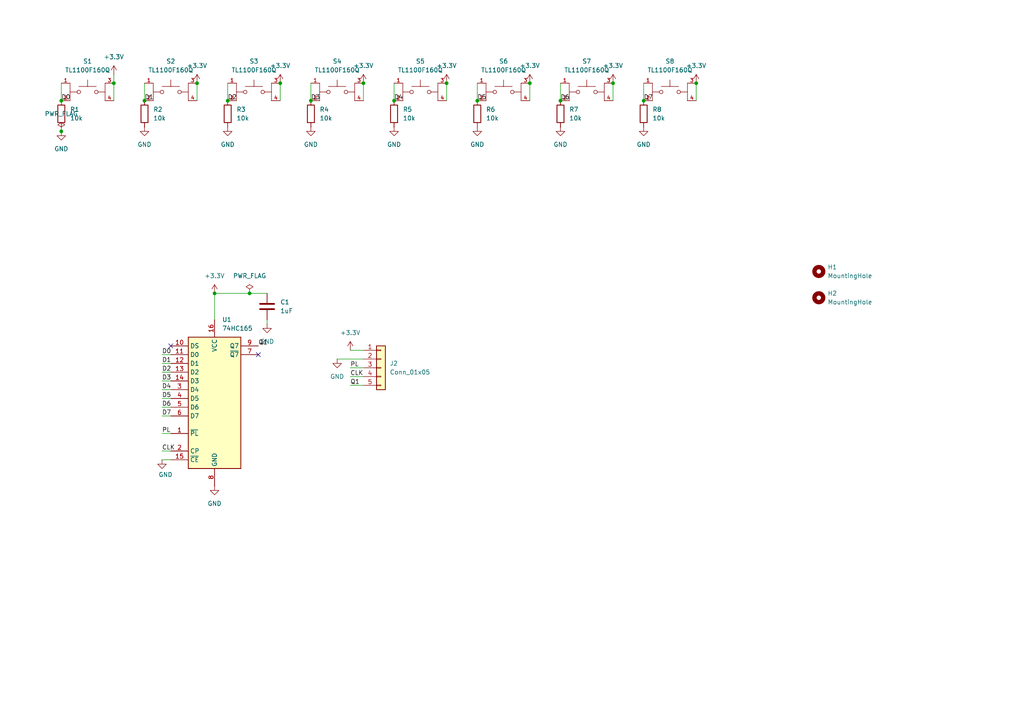
<source format=kicad_sch>
(kicad_sch (version 20231120) (generator "eeschema") (generator_version "8.0")
  (paper "A4")
  (lib_symbols
    (symbol "74xx:74HC165"
      (property "Reference" "U" (at -7.62 19.05 0))
      (property "Value" "74HC165" (at -7.62 -21.59 0))
      (symbol "74HC165_1_0"
        (pin input line (at -12.7 -10.16 0) (length 5.08) (name "~{PL}") (number "1"))
        (pin input line (at -12.7 15.24 0) (length 5.08) (name "DS") (number "10"))
        (pin input line (at -12.7 12.7 0) (length 5.08) (name "D0") (number "11"))
        (pin input line (at -12.7 10.16 0) (length 5.08) (name "D1") (number "12"))
        (pin input line (at -12.7 7.62 0) (length 5.08) (name "D2") (number "13"))
        (pin input line (at -12.7 5.08 0) (length 5.08) (name "D3") (number "14"))
        (pin input line (at -12.7 -17.78 0) (length 5.08) (name "~{CE}") (number "15"))
        (pin power_in line (at 0 22.86 270) (length 5.08) (name "VCC") (number "16"))
        (pin input line (at -12.7 -15.24 0) (length 5.08) (name "CP") (number "2"))
        (pin input line (at -12.7 2.54 0) (length 5.08) (name "D4") (number "3"))
        (pin input line (at -12.7 0 0) (length 5.08) (name "D5") (number "4"))
        (pin input line (at -12.7 -2.54 0) (length 5.08) (name "D6") (number "5"))
        (pin input line (at -12.7 -5.08 0) (length 5.08) (name "D7") (number "6"))
        (pin output line (at 12.7 12.7 180) (length 5.08) (name "~{Q7}") (number "7"))
        (pin power_in line (at 0 -25.4 90) (length 5.08) (name "GND") (number "8"))
        (pin output line (at 12.7 15.24 180) (length 5.08) (name "Q7") (number "9"))
      )
      (symbol "74HC165_1_1"
        (rectangle (start -7.62 17.78) (end 7.62 -20.32) (stroke (width 0.254)) (fill (type background)))
      )
    )
    (symbol "Connector_Generic:Conn_01x05" (pin_names (offset 1.016) hide)
      (property "Reference" "J" (at 0 7.62 0))
      (property "Value" "Conn_01x05" (at 0 -7.62 0))
      (symbol "Conn_01x05_1_1"
        (rectangle (start -1.27 -4.953) (end 0 -5.207) (stroke (width 0.1524)))
        (rectangle (start -1.27 -2.413) (end 0 -2.667) (stroke (width 0.1524)))
        (rectangle (start -1.27 0.127) (end 0 -0.127) (stroke (width 0.1524)))
        (rectangle (start -1.27 2.667) (end 0 2.413) (stroke (width 0.1524)))
        (rectangle (start -1.27 5.207) (end 0 4.953) (stroke (width 0.1524)))
        (rectangle (start -1.27 6.35) (end 1.27 -6.35) (stroke (width 0.254)) (fill (type background)))
        (pin passive line (at -5.08 5.08 0) (length 3.81) (name "Pin_1") (number "1"))
        (pin passive line (at -5.08 2.54 0) (length 3.81) (name "Pin_2") (number "2"))
        (pin passive line (at -5.08 0 0) (length 3.81) (name "Pin_3") (number "3"))
        (pin passive line (at -5.08 -2.54 0) (length 3.81) (name "Pin_4") (number "4"))
        (pin passive line (at -5.08 -5.08 0) (length 3.81) (name "Pin_5") (number "5"))
      )
    )
    (symbol "Device:C" (pin_numbers hide) (pin_names (offset 0.254))
      (property "Reference" "C" (at 0.635 2.54 0))
      (property "Value" "C" (at 0.635 -2.54 0))
      (symbol "C_0_1"
        (polyline (pts (xy -2.032 -0.762) (xy 2.032 -0.762)) (stroke (width 0.508)))
        (polyline (pts (xy -2.032 0.762) (xy 2.032 0.762)) (stroke (width 0.508)))
      )
      (symbol "C_1_1"
        (pin passive line (at 0 3.81 270) (length 2.794) (name "~") (number "1"))
        (pin passive line (at 0 -3.81 90) (length 2.794) (name "~") (number "2"))
      )
    )
    (symbol "Device:R" (pin_numbers hide) (pin_names (offset 0))
      (property "Reference" "R" (at 2.032 0 90))
      (property "Value" "R" (at 0 0 90))
      (symbol "R_0_1"
        (rectangle (start -1.016 -2.54) (end 1.016 2.54) (stroke (width 0.254)))
      )
      (symbol "R_1_1"
        (pin passive line (at 0 3.81 270) (length 1.27) (name "~") (number "1"))
        (pin passive line (at 0 -3.81 90) (length 1.27) (name "~") (number "2"))
      )
    )
    (symbol "Mechanical:MountingHole" (pin_names (offset 1.016)) (exclude_from_sim yes) (in_bom no)
      (property "Reference" "H" (at 0 5.08 0))
      (property "Value" "MountingHole" (at 0 3.175 0))
      (symbol "MountingHole_0_1"
        (circle (center 0 0) (radius 1.27) (stroke (width 1.27)))
      )
    )
    (symbol "TL1100F160Q:TL1100F160Q" (pin_names (offset 1.016))
      (property "Reference" "S" (at -5.08 5.08 0))
      (property "Value" "TL1100F160Q" (at -5.08 -5.08 0))
      (symbol "TL1100F160Q_0_0"
        (circle (center -2.54 0) (radius 0.508) (stroke (width 0.1524)))
        (polyline (pts (xy -5.08 0) (xy -3.048 0)) (stroke (width 0.1524)))
        (polyline (pts (xy -5.08 2.54) (xy -5.08 -2.54)) (stroke (width 0.1524)))
        (polyline (pts (xy -2.54 1.5875) (xy 0 1.5875)) (stroke (width 0.1524)))
        (polyline (pts (xy 0 1.5875) (xy 0 3.4925)) (stroke (width 0.1524)))
        (polyline (pts (xy 0 1.5875) (xy 2.54 1.5875)) (stroke (width 0.1524)))
        (polyline (pts (xy 5.08 0) (xy 3.048 0)) (stroke (width 0.1524)))
        (polyline (pts (xy 5.08 2.54) (xy 5.08 -2.54)) (stroke (width 0.1524)))
        (circle (center 2.54 0) (radius 0.508) (stroke (width 0.1524)))
        (pin passive line (at -7.62 2.54 0) (length 2.54) (name "~") (number "1"))
        (pin passive line (at -7.62 -2.54 0) (length 2.54) (name "~") (number "2"))
        (pin passive line (at 7.62 2.54 180) (length 2.54) (name "~") (number "3"))
        (pin passive line (at 7.62 -2.54 180) (length 2.54) (name "~") (number "4"))
      )
    )
    (symbol "power:+3.3V" (power) (pin_numbers hide) (pin_names (offset 0) hide)
      (property "Value" "+3.3V" (at 0 3.556 0))
      (symbol "+3.3V_0_1"
        (polyline (pts (xy -0.762 1.27) (xy 0 2.54)))
        (polyline (pts (xy 0 0) (xy 0 2.54)))
        (polyline (pts (xy 0 2.54) (xy 0.762 1.27)))
      )
      (symbol "+3.3V_1_1"
        (pin power_in line (at 0 0 90) (length 0) (name "~") (number "1"))
      )
    )
    (symbol "power:GND" (power) (pin_numbers hide) (pin_names (offset 0) hide)
      (property "Value" "GND" (at 0 -3.81 0))
      (symbol "GND_0_1"
        (polyline (pts (xy 0 0) (xy 0 -1.27) (xy 1.27 -1.27) (xy 0 -2.54) (xy -1.27 -1.27) (xy 0 -1.27)))
      )
      (symbol "GND_1_1"
        (pin power_in line (at 0 0 270) (length 0) (name "~") (number "1"))
      )
    )
    (symbol "power:PWR_FLAG" (power) (pin_numbers hide) (pin_names (offset 0) hide)
      (property "Value" "PWR_FLAG" (at 0 3.81 0))
      (symbol "PWR_FLAG_0_0"
        (pin power_out line (at 0 0 90) (length 0) (name "~") (number "1"))
      )
      (symbol "PWR_FLAG_0_1"
        (polyline (pts (xy 0 0) (xy 0 1.27) (xy -1.016 1.905) (xy 0 2.54) (xy 1.016 1.905) (xy 0 1.27)))
      )
    )
  )
  (junction (at 114.3 29.21))
  (junction (at 57.15 24.13))
  (junction (at 138.43 29.21))
  (junction (at 17.78 38.1))
  (junction (at 33.02 24.13))
  (junction (at 81.28 24.13))
  (junction (at 129.54 24.13))
  (junction (at 201.93 24.13))
  (junction (at 105.41 24.13))
  (junction (at 17.78 29.21))
  (junction (at 177.8 24.13))
  (junction (at 66.04 29.21))
  (junction (at 72.39 85.09))
  (junction (at 62.23 85.09))
  (junction (at 162.56 29.21))
  (junction (at 41.91 29.21))
  (junction (at 153.67 24.13))
  (junction (at 186.69 29.21))
  (junction (at 90.17 29.21))
  (no_connect (at 74.93 102.87))
  (no_connect (at 49.53 100.33))
  (wire (pts (xy 49.53 130.81) (xy 46.99 130.81)))
  (wire (pts (xy 57.15 24.13) (xy 57.15 29.21)))
  (wire (pts (xy 105.41 109.22) (xy 101.6 109.22)))
  (wire (pts (xy 49.53 102.87) (xy 46.99 102.87)))
  (wire (pts (xy 105.41 24.13) (xy 105.41 29.21)))
  (wire (pts (xy 33.02 24.13) (xy 33.02 29.21)))
  (wire (pts (xy 49.53 110.49) (xy 46.99 110.49)))
  (wire (pts (xy 177.8 24.13) (xy 177.8 29.21)))
  (wire (pts (xy 162.56 24.13) (xy 162.56 29.21)))
  (wire (pts (xy 49.53 115.57) (xy 46.99 115.57)))
  (wire (pts (xy 66.04 24.13) (xy 66.04 29.21)))
  (wire (pts (xy 81.28 24.13) (xy 81.28 29.21)))
  (wire (pts (xy 49.53 113.03) (xy 46.99 113.03)))
  (wire (pts (xy 101.6 111.76) (xy 105.41 111.76)))
  (wire (pts (xy 77.47 92.71) (xy 77.47 93.98)))
  (wire (pts (xy 62.23 85.09) (xy 72.39 85.09)))
  (wire (pts (xy 72.39 85.09) (xy 77.47 85.09)))
  (wire (pts (xy 17.78 24.13) (xy 17.78 29.21)))
  (wire (pts (xy 49.53 133.35) (xy 46.99 133.35)))
  (wire (pts (xy 105.41 101.6) (xy 101.6 101.6)))
  (wire (pts (xy 49.53 125.73) (xy 46.99 125.73)))
  (wire (pts (xy 114.3 24.13) (xy 114.3 29.21)))
  (wire (pts (xy 97.79 104.14) (xy 105.41 104.14)))
  (wire (pts (xy 138.43 24.13) (xy 138.43 29.21)))
  (wire (pts (xy 49.53 120.65) (xy 46.99 120.65)))
  (wire (pts (xy 153.67 24.13) (xy 153.67 29.21)))
  (wire (pts (xy 33.02 21.59) (xy 33.02 24.13)))
  (wire (pts (xy 17.78 38.1) (xy 17.78 36.83)))
  (wire (pts (xy 186.69 24.13) (xy 186.69 29.21)))
  (wire (pts (xy 201.93 24.13) (xy 201.93 29.21)))
  (wire (pts (xy 129.54 24.13) (xy 129.54 29.21)))
  (wire (pts (xy 49.53 107.95) (xy 46.99 107.95)))
  (wire (pts (xy 90.17 24.13) (xy 90.17 29.21)))
  (wire (pts (xy 49.53 118.11) (xy 46.99 118.11)))
  (wire (pts (xy 105.41 106.68) (xy 101.6 106.68)))
  (wire (pts (xy 49.53 105.41) (xy 46.99 105.41)))
  (wire (pts (xy 62.23 85.09) (xy 62.23 92.71)))
  (wire (pts (xy 41.91 24.13) (xy 41.91 29.21)))
  (label "CLK" (at 101.6 109.22 0))
  (label "D4" (at 46.99 113.03 0))
  (label "CLK" (at 46.99 130.81 0))
  (label "D4" (at 114.3 29.21 0))
  (label "D0" (at 17.78 29.21 0))
  (label "PL" (at 46.99 125.73 0))
  (label "D6" (at 162.56 29.21 0))
  (label "D3" (at 90.17 29.21 0))
  (label "Q1" (at 74.93 100.33 0))
  (label "Q1" (at 101.6 111.76 0))
  (label "D5" (at 46.99 115.57 0))
  (label "D7" (at 186.69 29.21 0))
  (label "D1" (at 46.99 105.41 0))
  (label "D7" (at 46.99 120.65 0))
  (label "D3" (at 46.99 110.49 0))
  (label "PL" (at 101.6 106.68 0))
  (label "D0" (at 46.99 102.87 0))
  (label "D2" (at 46.99 107.95 0))
  (label "D1" (at 41.91 29.21 0))
  (label "D6" (at 46.99 118.11 0))
  (label "D5" (at 138.43 29.21 0))
  (label "D2" (at 66.04 29.21 0))
  (symbol (lib_id "power:PWR_FLAG") (at 72.39 85.09 0) (unit 1)
    (property "Reference" "#FLG01" (effects (hide yes)))
    (property "Value" "PWR_FLAG" (at 72.39 80.01 0))
    (property "Description" "Special symbol for telling ERC where power comes from" (effects (hide yes)))
  )
  (symbol (lib_id "power:GND") (at 77.47 93.98 0) (unit 1)
    (property "Reference" "#PWR052" (effects (hide yes)))
    (property "Value" "GND" (at 77.47 99.06 0))
    (property "Description" "Power symbol creates a global label with name \"GND\" , ground" (effects (hide yes)))
  )
  (symbol (lib_id "power:+3.3V") (at 101.6 101.6 0) (unit 1)
    (property "Reference" "#PWR079" (effects (hide yes)))
    (property "Value" "+3.3V" (at 101.6 96.52 0))
    (property "Description" "Power symbol creates a global label with name \"+3.3V\"" (effects (hide yes)))
  )
  (symbol (lib_id "power:PWR_FLAG") (at 17.78 38.1 0) (unit 1)
    (property "Reference" "#FLG02" (effects (hide yes)))
    (property "Value" "PWR_FLAG" (at 17.78 33.02 0))
    (property "Description" "Special symbol for telling ERC where power comes from" (effects (hide yes)))
  )
  (symbol (lib_id "Connector_Generic:Conn_01x05") (at 110.49 106.68 0) (unit 1)
    (property "Reference" "J2" (at 113.03 105.4099 0) (effects (justify left)))
    (property "Value" "Conn_01x05" (at 113.03 107.9499 0) (effects (justify left)))
    (property "Footprint" "Connector_Molex:Molex_KK-254_AE-6410-05A_1x05_P2.54mm_Vertical" (effects (hide yes)))
    (property "Description" "Generic connector, single row, 01x05, script generated (kicad-library-utils/schlib/autogen/connector/)" (effects (hide yes)))
  )
  (symbol (lib_id "TL1100F160Q:TL1100F160Q") (at 25.4 26.67 0) (unit 1)
    (property "Reference" "S1" (at 25.4 17.78 0))
    (property "Value" "TL1100F160Q" (at 25.4 20.32 0))
    (property "Footprint" "footprints:SW_TL1100F160Q" (effects (hide yes)))
    (property "MF" "E-Switch" (effects (hide yes)))
    (property "MAXIMUM_PACKAGE_HEIGHT" "7.3mm" (effects (hide yes)))
    (property "Package" "None" (effects (hide yes)))
    (property "Price" "None" (effects (hide yes)))
    (property "Check_prices" "https://www.snapeda.com/parts/TL1100F160Q/E-Switch/view-part/?ref=eda" (effects (hide yes)))
    (property "STANDARD" "Manufacturer Recommendations" (effects (hide yes)))
    (property "PARTREV" "D" (effects (hide yes)))
    (property "SnapEDA_Link" "https://www.snapeda.com/parts/TL1100F160Q/E-Switch/view-part/?ref=snap" (effects (hide yes)))
    (property "MP" "TL1100F160Q" (effects (hide yes)))
    (property "Description_1" "\n                        \n                            Tactile Switch, TL1100 Series, SPST-NO, 12mm Top Actuated, 0.05A, 12VDC, PC | E-Switch TL1100F160Q\n                        \n" (effects (hide yes)))
    (property "MANUFACTURER" "E-Switch" (effects (hide yes)))
    (property "Availability" "In Stock" (effects (hide yes)))
    (property "SNAPEDA_PN" "TL1100F160Q" (effects (hide yes)))
  )
  (symbol (lib_id "power:GND") (at 97.79 104.14 0) (unit 1)
    (property "Reference" "#PWR080" (effects (hide yes)))
    (property "Value" "GND" (at 97.79 109.22 0))
    (property "Description" "Power symbol creates a global label with name \"GND\" , ground" (effects (hide yes)))
  )
  (symbol (lib_id "Device:R") (at 114.3 33.02 0) (unit 1)
    (property "Reference" "R5" (at 116.84 31.7499 0) (effects (justify left)))
    (property "Value" "10k" (at 116.84 34.2899 0) (effects (justify left)))
    (property "Footprint" "Resistor_SMD:R_0805_2012Metric_Pad1.20x1.40mm_HandSolder" (effects (hide yes)))
    (property "Description" "Resistor" (effects (hide yes)))
  )
  (symbol (lib_id "power:+3.3V") (at 62.23 85.09 0) (unit 1)
    (property "Reference" "#PWR018" (effects (hide yes)))
    (property "Value" "+3.3V" (at 62.23 80.01 0))
    (property "Description" "Power symbol creates a global label with name \"+3.3V\"" (effects (hide yes)))
  )
  (symbol (lib_id "power:+3.3V") (at 153.67 24.13 0) (unit 1)
    (property "Reference" "#PWR012" (effects (hide yes)))
    (property "Value" "+3.3V" (at 153.67 19.05 0))
    (property "Description" "Power symbol creates a global label with name \"+3.3V\"" (effects (hide yes)))
  )
  (symbol (lib_id "power:+3.3V") (at 81.28 24.13 0) (unit 1)
    (property "Reference" "#PWR06" (effects (hide yes)))
    (property "Value" "+3.3V" (at 81.28 19.05 0))
    (property "Description" "Power symbol creates a global label with name \"+3.3V\"" (effects (hide yes)))
  )
  (symbol (lib_id "power:GND") (at 41.91 36.83 0) (unit 1)
    (property "Reference" "#PWR03" (effects (hide yes)))
    (property "Value" "GND" (at 41.91 41.91 0))
    (property "Description" "Power symbol creates a global label with name \"GND\" , ground" (effects (hide yes)))
  )
  (symbol (lib_id "Device:R") (at 90.17 33.02 0) (unit 1)
    (property "Reference" "R4" (at 92.71 31.7499 0) (effects (justify left)))
    (property "Value" "10k" (at 92.71 34.2899 0) (effects (justify left)))
    (property "Footprint" "Resistor_SMD:R_0805_2012Metric_Pad1.20x1.40mm_HandSolder" (effects (hide yes)))
    (property "Description" "Resistor" (effects (hide yes)))
  )
  (symbol (lib_id "power:+3.3V") (at 105.41 24.13 0) (unit 1)
    (property "Reference" "#PWR08" (effects (hide yes)))
    (property "Value" "+3.3V" (at 105.41 19.05 0))
    (property "Description" "Power symbol creates a global label with name \"+3.3V\"" (effects (hide yes)))
  )
  (symbol (lib_id "TL1100F160Q:TL1100F160Q") (at 49.53 26.67 0) (unit 1)
    (property "Reference" "S2" (at 49.53 17.78 0))
    (property "Value" "TL1100F160Q" (at 49.53 20.32 0))
    (property "Footprint" "footprints:SW_TL1100F160Q" (effects (hide yes)))
    (property "MF" "E-Switch" (effects (hide yes)))
    (property "MAXIMUM_PACKAGE_HEIGHT" "7.3mm" (effects (hide yes)))
    (property "Package" "None" (effects (hide yes)))
    (property "Price" "None" (effects (hide yes)))
    (property "Check_prices" "https://www.snapeda.com/parts/TL1100F160Q/E-Switch/view-part/?ref=eda" (effects (hide yes)))
    (property "STANDARD" "Manufacturer Recommendations" (effects (hide yes)))
    (property "PARTREV" "D" (effects (hide yes)))
    (property "SnapEDA_Link" "https://www.snapeda.com/parts/TL1100F160Q/E-Switch/view-part/?ref=snap" (effects (hide yes)))
    (property "MP" "TL1100F160Q" (effects (hide yes)))
    (property "Description_1" "\n                        \n                            Tactile Switch, TL1100 Series, SPST-NO, 12mm Top Actuated, 0.05A, 12VDC, PC | E-Switch TL1100F160Q\n                        \n" (effects (hide yes)))
    (property "MANUFACTURER" "E-Switch" (effects (hide yes)))
    (property "Availability" "In Stock" (effects (hide yes)))
    (property "SNAPEDA_PN" "TL1100F160Q" (effects (hide yes)))
  )
  (symbol (lib_id "power:GND") (at 186.69 36.83 0) (unit 1)
    (property "Reference" "#PWR015" (effects (hide yes)))
    (property "Value" "GND" (at 186.69 41.91 0))
    (property "Description" "Power symbol creates a global label with name \"GND\" , ground" (effects (hide yes)))
  )
  (symbol (lib_id "power:GND") (at 90.17 36.83 0) (unit 1)
    (property "Reference" "#PWR07" (effects (hide yes)))
    (property "Value" "GND" (at 90.17 41.91 0))
    (property "Description" "Power symbol creates a global label with name \"GND\" , ground" (effects (hide yes)))
  )
  (symbol (lib_id "power:GND") (at 114.3 36.83 0) (unit 1)
    (property "Reference" "#PWR09" (effects (hide yes)))
    (property "Value" "GND" (at 114.3 41.91 0))
    (property "Description" "Power symbol creates a global label with name \"GND\" , ground" (effects (hide yes)))
  )
  (symbol (lib_id "power:GND") (at 62.23 140.97 0) (unit 1)
    (property "Reference" "#PWR051" (effects (hide yes)))
    (property "Value" "GND" (at 62.23 146.05 0))
    (property "Description" "Power symbol creates a global label with name \"GND\" , ground" (effects (hide yes)))
  )
  (symbol (lib_id "TL1100F160Q:TL1100F160Q") (at 194.31 26.67 0) (unit 1)
    (property "Reference" "S8" (at 194.31 17.78 0))
    (property "Value" "TL1100F160Q" (at 194.31 20.32 0))
    (property "Footprint" "footprints:SW_TL1100F160Q" (effects (hide yes)))
    (property "MF" "E-Switch" (effects (hide yes)))
    (property "MAXIMUM_PACKAGE_HEIGHT" "7.3mm" (effects (hide yes)))
    (property "Package" "None" (effects (hide yes)))
    (property "Price" "None" (effects (hide yes)))
    (property "Check_prices" "https://www.snapeda.com/parts/TL1100F160Q/E-Switch/view-part/?ref=eda" (effects (hide yes)))
    (property "STANDARD" "Manufacturer Recommendations" (effects (hide yes)))
    (property "PARTREV" "D" (effects (hide yes)))
    (property "SnapEDA_Link" "https://www.snapeda.com/parts/TL1100F160Q/E-Switch/view-part/?ref=snap" (effects (hide yes)))
    (property "MP" "TL1100F160Q" (effects (hide yes)))
    (property "Description_1" "\n                        \n                            Tactile Switch, TL1100 Series, SPST-NO, 12mm Top Actuated, 0.05A, 12VDC, PC | E-Switch TL1100F160Q\n                        \n" (effects (hide yes)))
    (property "MANUFACTURER" "E-Switch" (effects (hide yes)))
    (property "Availability" "In Stock" (effects (hide yes)))
    (property "SNAPEDA_PN" "TL1100F160Q" (effects (hide yes)))
  )
  (symbol (lib_id "Device:R") (at 17.78 33.02 0) (unit 1)
    (property "Reference" "R1" (at 20.32 31.7499 0) (effects (justify left)))
    (property "Value" "10k" (at 20.32 34.2899 0) (effects (justify left)))
    (property "Footprint" "Resistor_SMD:R_0805_2012Metric_Pad1.20x1.40mm_HandSolder" (effects (hide yes)))
    (property "Description" "Resistor" (effects (hide yes)))
  )
  (symbol (lib_id "power:+3.3V") (at 57.15 24.13 0) (unit 1)
    (property "Reference" "#PWR04" (effects (hide yes)))
    (property "Value" "+3.3V" (at 57.15 19.05 0))
    (property "Description" "Power symbol creates a global label with name \"+3.3V\"" (effects (hide yes)))
  )
  (symbol (lib_id "74xx:74HC165") (at 62.23 115.57 0) (unit 1)
    (property "Reference" "U1" (at 64.4241 92.71 0) (effects (justify left)))
    (property "Value" "74HC165" (at 64.4241 95.25 0) (effects (justify left)))
    (property "Footprint" "Package_DIP:DIP-16_W7.62mm_SMDSocket_SmallPads" (effects (hide yes)))
    (property "Datasheet" "https://assets.nexperia.com/documents/data-sheet/74HC_HCT165.pdf" (effects (hide yes)))
    (property "Description" "Shift Register, 8-bit, Parallel Load" (effects (hide yes)))
  )
  (symbol (lib_id "power:GND") (at 66.04 36.83 0) (unit 1)
    (property "Reference" "#PWR05" (effects (hide yes)))
    (property "Value" "GND" (at 66.04 41.91 0))
    (property "Description" "Power symbol creates a global label with name \"GND\" , ground" (effects (hide yes)))
  )
  (symbol (lib_id "Device:R") (at 162.56 33.02 0) (unit 1)
    (property "Reference" "R7" (at 165.1 31.7499 0) (effects (justify left)))
    (property "Value" "10k" (at 165.1 34.2899 0) (effects (justify left)))
    (property "Footprint" "Resistor_SMD:R_0805_2012Metric_Pad1.20x1.40mm_HandSolder" (effects (hide yes)))
    (property "Description" "Resistor" (effects (hide yes)))
  )
  (symbol (lib_id "TL1100F160Q:TL1100F160Q") (at 146.05 26.67 0) (unit 1)
    (property "Reference" "S6" (at 146.05 17.78 0))
    (property "Value" "TL1100F160Q" (at 146.05 20.32 0))
    (property "Footprint" "footprints:SW_TL1100F160Q" (effects (hide yes)))
    (property "MF" "E-Switch" (effects (hide yes)))
    (property "MAXIMUM_PACKAGE_HEIGHT" "7.3mm" (effects (hide yes)))
    (property "Package" "None" (effects (hide yes)))
    (property "Price" "None" (effects (hide yes)))
    (property "Check_prices" "https://www.snapeda.com/parts/TL1100F160Q/E-Switch/view-part/?ref=eda" (effects (hide yes)))
    (property "STANDARD" "Manufacturer Recommendations" (effects (hide yes)))
    (property "PARTREV" "D" (effects (hide yes)))
    (property "SnapEDA_Link" "https://www.snapeda.com/parts/TL1100F160Q/E-Switch/view-part/?ref=snap" (effects (hide yes)))
    (property "MP" "TL1100F160Q" (effects (hide yes)))
    (property "Description_1" "\n                        \n                            Tactile Switch, TL1100 Series, SPST-NO, 12mm Top Actuated, 0.05A, 12VDC, PC | E-Switch TL1100F160Q\n                        \n" (effects (hide yes)))
    (property "MANUFACTURER" "E-Switch" (effects (hide yes)))
    (property "Availability" "In Stock" (effects (hide yes)))
    (property "SNAPEDA_PN" "TL1100F160Q" (effects (hide yes)))
  )
  (symbol (lib_id "power:+3.3V") (at 177.8 24.13 0) (unit 1)
    (property "Reference" "#PWR014" (effects (hide yes)))
    (property "Value" "+3.3V" (at 177.8 19.05 0))
    (property "Description" "Power symbol creates a global label with name \"+3.3V\"" (effects (hide yes)))
  )
  (symbol (lib_id "Device:R") (at 41.91 33.02 0) (unit 1)
    (property "Reference" "R2" (at 44.45 31.7499 0) (effects (justify left)))
    (property "Value" "10k" (at 44.45 34.2899 0) (effects (justify left)))
    (property "Footprint" "Resistor_SMD:R_0805_2012Metric_Pad1.20x1.40mm_HandSolder" (effects (hide yes)))
    (property "Description" "Resistor" (effects (hide yes)))
  )
  (symbol (lib_id "Mechanical:MountingHole") (at 237.49 78.74 0) (unit 1) (exclude_from_sim yes) (in_bom no)
    (property "Reference" "H1" (at 240.03 77.4699 0) (effects (justify left)))
    (property "Value" "MountingHole" (at 240.03 80.0099 0) (effects (justify left)))
    (property "Footprint" "MountingHole:MountingHole_3.2mm_M3" (effects (hide yes)))
    (property "Description" "Mounting Hole without connection" (effects (hide yes)))
  )
  (symbol (lib_id "TL1100F160Q:TL1100F160Q") (at 170.18 26.67 0) (unit 1)
    (property "Reference" "S7" (at 170.18 17.78 0))
    (property "Value" "TL1100F160Q" (at 170.18 20.32 0))
    (property "Footprint" "footprints:SW_TL1100F160Q" (effects (hide yes)))
    (property "MF" "E-Switch" (effects (hide yes)))
    (property "MAXIMUM_PACKAGE_HEIGHT" "7.3mm" (effects (hide yes)))
    (property "Package" "None" (effects (hide yes)))
    (property "Price" "None" (effects (hide yes)))
    (property "Check_prices" "https://www.snapeda.com/parts/TL1100F160Q/E-Switch/view-part/?ref=eda" (effects (hide yes)))
    (property "STANDARD" "Manufacturer Recommendations" (effects (hide yes)))
    (property "PARTREV" "D" (effects (hide yes)))
    (property "SnapEDA_Link" "https://www.snapeda.com/parts/TL1100F160Q/E-Switch/view-part/?ref=snap" (effects (hide yes)))
    (property "MP" "TL1100F160Q" (effects (hide yes)))
    (property "Description_1" "\n                        \n                            Tactile Switch, TL1100 Series, SPST-NO, 12mm Top Actuated, 0.05A, 12VDC, PC | E-Switch TL1100F160Q\n                        \n" (effects (hide yes)))
    (property "MANUFACTURER" "E-Switch" (effects (hide yes)))
    (property "Availability" "In Stock" (effects (hide yes)))
    (property "SNAPEDA_PN" "TL1100F160Q" (effects (hide yes)))
  )
  (symbol (lib_id "Device:R") (at 186.69 33.02 0) (unit 1)
    (property "Reference" "R8" (at 189.23 31.7499 0) (effects (justify left)))
    (property "Value" "10k" (at 189.23 34.2899 0) (effects (justify left)))
    (property "Footprint" "Resistor_SMD:R_0805_2012Metric_Pad1.20x1.40mm_HandSolder" (effects (hide yes)))
    (property "Description" "Resistor" (effects (hide yes)))
  )
  (symbol (lib_id "Device:R") (at 138.43 33.02 0) (unit 1)
    (property "Reference" "R6" (at 140.97 31.7499 0) (effects (justify left)))
    (property "Value" "10k" (at 140.97 34.2899 0) (effects (justify left)))
    (property "Footprint" "Resistor_SMD:R_0805_2012Metric_Pad1.20x1.40mm_HandSolder" (effects (hide yes)))
    (property "Description" "Resistor" (effects (hide yes)))
  )
  (symbol (lib_id "Device:C") (at 77.47 88.9 0) (unit 1)
    (property "Reference" "C1" (at 81.28 87.6299 0) (effects (justify left)))
    (property "Value" "1uF" (at 81.28 90.1699 0) (effects (justify left)))
    (property "Footprint" "Capacitor_SMD:C_0805_2012Metric_Pad1.18x1.45mm_HandSolder" (effects (hide yes)))
    (property "Description" "Unpolarized capacitor" (effects (hide yes)))
  )
  (symbol (lib_id "power:GND") (at 17.78 38.1 0) (unit 1)
    (property "Reference" "#PWR02" (effects (hide yes)))
    (property "Value" "GND" (at 17.78 43.18 0))
    (property "Description" "Power symbol creates a global label with name \"GND\" , ground" (effects (hide yes)))
  )
  (symbol (lib_id "Mechanical:MountingHole") (at 237.49 86.36 0) (unit 1) (exclude_from_sim yes) (in_bom no)
    (property "Reference" "H2" (at 240.03 85.0899 0) (effects (justify left)))
    (property "Value" "MountingHole" (at 240.03 87.6299 0) (effects (justify left)))
    (property "Footprint" "MountingHole:MountingHole_3.2mm_M3" (effects (hide yes)))
    (property "Description" "Mounting Hole without connection" (effects (hide yes)))
  )
  (symbol (lib_id "TL1100F160Q:TL1100F160Q") (at 73.66 26.67 0) (unit 1)
    (property "Reference" "S3" (at 73.66 17.78 0))
    (property "Value" "TL1100F160Q" (at 73.66 20.32 0))
    (property "Footprint" "footprints:SW_TL1100F160Q" (effects (hide yes)))
    (property "MF" "E-Switch" (effects (hide yes)))
    (property "MAXIMUM_PACKAGE_HEIGHT" "7.3mm" (effects (hide yes)))
    (property "Package" "None" (effects (hide yes)))
    (property "Price" "None" (effects (hide yes)))
    (property "Check_prices" "https://www.snapeda.com/parts/TL1100F160Q/E-Switch/view-part/?ref=eda" (effects (hide yes)))
    (property "STANDARD" "Manufacturer Recommendations" (effects (hide yes)))
    (property "PARTREV" "D" (effects (hide yes)))
    (property "SnapEDA_Link" "https://www.snapeda.com/parts/TL1100F160Q/E-Switch/view-part/?ref=snap" (effects (hide yes)))
    (property "MP" "TL1100F160Q" (effects (hide yes)))
    (property "Description_1" "\n                        \n                            Tactile Switch, TL1100 Series, SPST-NO, 12mm Top Actuated, 0.05A, 12VDC, PC | E-Switch TL1100F160Q\n                        \n" (effects (hide yes)))
    (property "MANUFACTURER" "E-Switch" (effects (hide yes)))
    (property "Availability" "In Stock" (effects (hide yes)))
    (property "SNAPEDA_PN" "TL1100F160Q" (effects (hide yes)))
  )
  (symbol (lib_id "Device:R") (at 66.04 33.02 0) (unit 1)
    (property "Reference" "R3" (at 68.58 31.7499 0) (effects (justify left)))
    (property "Value" "10k" (at 68.58 34.2899 0) (effects (justify left)))
    (property "Footprint" "Resistor_SMD:R_0805_2012Metric_Pad1.20x1.40mm_HandSolder" (effects (hide yes)))
    (property "Description" "Resistor" (effects (hide yes)))
  )
  (symbol (lib_id "power:+3.3V") (at 33.02 21.59 0) (unit 1)
    (property "Reference" "#PWR01" (effects (hide yes)))
    (property "Value" "+3.3V" (at 33.02 16.51 0))
    (property "Description" "Power symbol creates a global label with name \"+3.3V\"" (effects (hide yes)))
  )
  (symbol (lib_id "power:+3.3V") (at 129.54 24.13 0) (unit 1)
    (property "Reference" "#PWR010" (effects (hide yes)))
    (property "Value" "+3.3V" (at 129.54 19.05 0))
    (property "Description" "Power symbol creates a global label with name \"+3.3V\"" (effects (hide yes)))
  )
  (symbol (lib_id "power:GND") (at 46.99 133.35 0) (unit 1)
    (property "Reference" "#PWR017" (effects (hide yes)))
    (property "Value" "GND" (at 48.006 137.668 0))
    (property "Description" "Power symbol creates a global label with name \"GND\" , ground" (effects (hide yes)))
  )
  (symbol (lib_id "power:+3.3V") (at 201.93 24.13 0) (unit 1)
    (property "Reference" "#PWR016" (effects (hide yes)))
    (property "Value" "+3.3V" (at 201.93 19.05 0))
    (property "Description" "Power symbol creates a global label with name \"+3.3V\"" (effects (hide yes)))
  )
  (symbol (lib_id "TL1100F160Q:TL1100F160Q") (at 121.92 26.67 0) (unit 1)
    (property "Reference" "S5" (at 121.92 17.78 0))
    (property "Value" "TL1100F160Q" (at 121.92 20.32 0))
    (property "Footprint" "footprints:SW_TL1100F160Q" (effects (hide yes)))
    (property "MF" "E-Switch" (effects (hide yes)))
    (property "MAXIMUM_PACKAGE_HEIGHT" "7.3mm" (effects (hide yes)))
    (property "Package" "None" (effects (hide yes)))
    (property "Price" "None" (effects (hide yes)))
    (property "Check_prices" "https://www.snapeda.com/parts/TL1100F160Q/E-Switch/view-part/?ref=eda" (effects (hide yes)))
    (property "STANDARD" "Manufacturer Recommendations" (effects (hide yes)))
    (property "PARTREV" "D" (effects (hide yes)))
    (property "SnapEDA_Link" "https://www.snapeda.com/parts/TL1100F160Q/E-Switch/view-part/?ref=snap" (effects (hide yes)))
    (property "MP" "TL1100F160Q" (effects (hide yes)))
    (property "Description_1" "\n                        \n                            Tactile Switch, TL1100 Series, SPST-NO, 12mm Top Actuated, 0.05A, 12VDC, PC | E-Switch TL1100F160Q\n                        \n" (effects (hide yes)))
    (property "MANUFACTURER" "E-Switch" (effects (hide yes)))
    (property "Availability" "In Stock" (effects (hide yes)))
    (property "SNAPEDA_PN" "TL1100F160Q" (effects (hide yes)))
  )
  (symbol (lib_id "TL1100F160Q:TL1100F160Q") (at 97.79 26.67 0) (unit 1)
    (property "Reference" "S4" (at 97.79 17.78 0))
    (property "Value" "TL1100F160Q" (at 97.79 20.32 0))
    (property "Footprint" "footprints:SW_TL1100F160Q" (effects (hide yes)))
    (property "MF" "E-Switch" (effects (hide yes)))
    (property "MAXIMUM_PACKAGE_HEIGHT" "7.3mm" (effects (hide yes)))
    (property "Package" "None" (effects (hide yes)))
    (property "Price" "None" (effects (hide yes)))
    (property "Check_prices" "https://www.snapeda.com/parts/TL1100F160Q/E-Switch/view-part/?ref=eda" (effects (hide yes)))
    (property "STANDARD" "Manufacturer Recommendations" (effects (hide yes)))
    (property "PARTREV" "D" (effects (hide yes)))
    (property "SnapEDA_Link" "https://www.snapeda.com/parts/TL1100F160Q/E-Switch/view-part/?ref=snap" (effects (hide yes)))
    (property "MP" "TL1100F160Q" (effects (hide yes)))
    (property "Description_1" "\n                        \n                            Tactile Switch, TL1100 Series, SPST-NO, 12mm Top Actuated, 0.05A, 12VDC, PC | E-Switch TL1100F160Q\n                        \n" (effects (hide yes)))
    (property "MANUFACTURER" "E-Switch" (effects (hide yes)))
    (property "Availability" "In Stock" (effects (hide yes)))
    (property "SNAPEDA_PN" "TL1100F160Q" (effects (hide yes)))
  )
  (symbol (lib_id "power:GND") (at 162.56 36.83 0) (unit 1)
    (property "Reference" "#PWR013" (effects (hide yes)))
    (property "Value" "GND" (at 162.56 41.91 0))
    (property "Description" "Power symbol creates a global label with name \"GND\" , ground" (effects (hide yes)))
  )
  (symbol (lib_id "power:GND") (at 138.43 36.83 0) (unit 1)
    (property "Reference" "#PWR011" (effects (hide yes)))
    (property "Value" "GND" (at 138.43 41.91 0))
    (property "Description" "Power symbol creates a global label with name \"GND\" , ground" (effects (hide yes)))
  )
)
</source>
